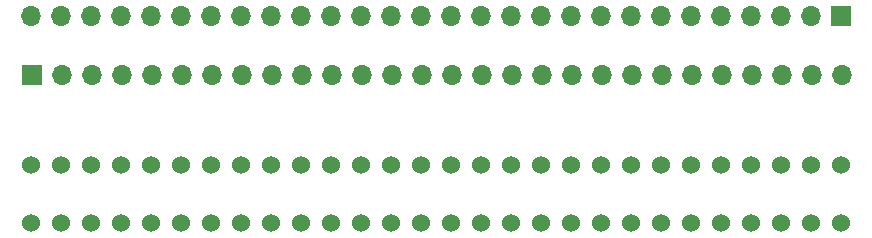
<source format=gbl>
G04 #@! TF.GenerationSoftware,KiCad,Pcbnew,6.0.11-2627ca5db0~126~ubuntu22.04.1*
G04 #@! TF.CreationDate,2023-04-18T11:26:26+01:00*
G04 #@! TF.ProjectId,pim,70696d2e-6b69-4636-9164-5f7063625858,rev?*
G04 #@! TF.SameCoordinates,Original*
G04 #@! TF.FileFunction,Copper,L2,Bot*
G04 #@! TF.FilePolarity,Positive*
%FSLAX46Y46*%
G04 Gerber Fmt 4.6, Leading zero omitted, Abs format (unit mm)*
G04 Created by KiCad (PCBNEW 6.0.11-2627ca5db0~126~ubuntu22.04.1) date 2023-04-18 11:26:26*
%MOMM*%
%LPD*%
G01*
G04 APERTURE LIST*
G04 #@! TA.AperFunction,ComponentPad*
%ADD10C,1.524000*%
G04 #@! TD*
G04 #@! TA.AperFunction,ComponentPad*
%ADD11R,1.700000X1.700000*%
G04 #@! TD*
G04 #@! TA.AperFunction,ComponentPad*
%ADD12O,1.700000X1.700000*%
G04 #@! TD*
G04 APERTURE END LIST*
D10*
X123160000Y-128170000D03*
X123190000Y-123190000D03*
X113030000Y-123190000D03*
X115570000Y-123190000D03*
X118110000Y-123190000D03*
X120650000Y-123190000D03*
X125730000Y-123190000D03*
X128270000Y-123190000D03*
X130810000Y-123190000D03*
X133350000Y-123190000D03*
X135890000Y-123190000D03*
X138430000Y-123190000D03*
X140970000Y-123190000D03*
X143510000Y-123190000D03*
X146050000Y-123190000D03*
X148590000Y-123190000D03*
X151130000Y-123190000D03*
X153670000Y-123190000D03*
X156210000Y-123190000D03*
X158750000Y-123190000D03*
X161290000Y-123190000D03*
X163830000Y-123190000D03*
X166370000Y-123190000D03*
X168910000Y-123190000D03*
X171450000Y-123190000D03*
X173990000Y-123190000D03*
X176530000Y-123190000D03*
X179070000Y-123190000D03*
X181610000Y-123190000D03*
X113000000Y-128170000D03*
X115540000Y-128170000D03*
X118080000Y-128170000D03*
X120620000Y-128170000D03*
X125700000Y-128170000D03*
X128240000Y-128170000D03*
X130780000Y-128170000D03*
X133320000Y-128170000D03*
X135860000Y-128170000D03*
X138400000Y-128170000D03*
X140940000Y-128170000D03*
X143480000Y-128170000D03*
X146020000Y-128170000D03*
X148560000Y-128170000D03*
X151100000Y-128170000D03*
X153640000Y-128170000D03*
X156180000Y-128170000D03*
X158720000Y-128170000D03*
X161260000Y-128170000D03*
X163800000Y-128170000D03*
X166340000Y-128170000D03*
X168880000Y-128170000D03*
X171420000Y-128170000D03*
X173960000Y-128170000D03*
X176500000Y-128170000D03*
X179040000Y-128170000D03*
X181580000Y-128170000D03*
D11*
X181570000Y-110580000D03*
D12*
X179030000Y-110580000D03*
X176490000Y-110580000D03*
X173950000Y-110580000D03*
X171410000Y-110580000D03*
X168870000Y-110580000D03*
X166330000Y-110580000D03*
X163790000Y-110580000D03*
X161250000Y-110580000D03*
X158710000Y-110580000D03*
X156170000Y-110580000D03*
X153630000Y-110580000D03*
X151090000Y-110580000D03*
X148550000Y-110580000D03*
X146010000Y-110580000D03*
X143470000Y-110580000D03*
X140930000Y-110580000D03*
X138390000Y-110580000D03*
X135850000Y-110580000D03*
X133310000Y-110580000D03*
X130770000Y-110580000D03*
X128230000Y-110580000D03*
X125690000Y-110580000D03*
X123150000Y-110580000D03*
X120610000Y-110580000D03*
X118070000Y-110580000D03*
X115530000Y-110580000D03*
X112990000Y-110580000D03*
D11*
X113075000Y-115570000D03*
D12*
X115615000Y-115570000D03*
X118155000Y-115570000D03*
X120695000Y-115570000D03*
X123235000Y-115570000D03*
X125775000Y-115570000D03*
X128315000Y-115570000D03*
X130855000Y-115570000D03*
X133395000Y-115570000D03*
X135935000Y-115570000D03*
X138475000Y-115570000D03*
X141015000Y-115570000D03*
X143555000Y-115570000D03*
X146095000Y-115570000D03*
X148635000Y-115570000D03*
X151175000Y-115570000D03*
X153715000Y-115570000D03*
X156255000Y-115570000D03*
X158795000Y-115570000D03*
X161335000Y-115570000D03*
X163875000Y-115570000D03*
X166415000Y-115570000D03*
X168955000Y-115570000D03*
X171495000Y-115570000D03*
X174035000Y-115570000D03*
X176575000Y-115570000D03*
X179115000Y-115570000D03*
X181655000Y-115570000D03*
M02*

</source>
